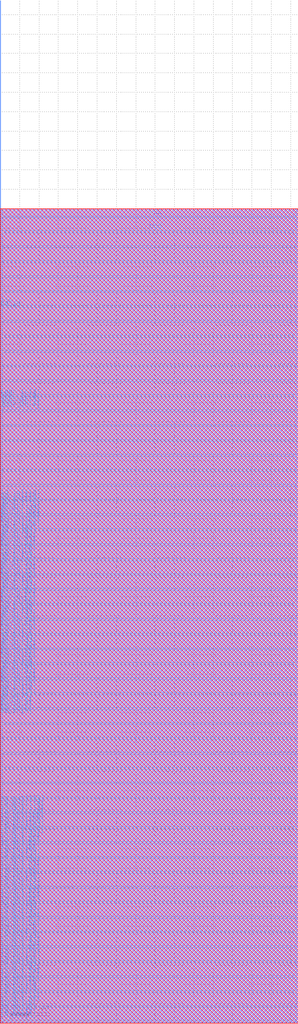
<source format=lef>
VERSION 5.7 ;
BUSBITCHARS "[]" ;
MACRO fakeram7_160x118
  FOREIGN fakeram7_160x118 0 0 ;
  SYMMETRY X Y R90 ;
  SIZE 15.390 BY 42.000 ;
  CLASS BLOCK ;
  PIN rd_out[0]
    DIRECTION OUTPUT ;
    USE SIGNAL ;
    SHAPE ABUTMENT ;
    PORT
      LAYER M4 ;
      RECT 0.000 0.096 0.024 0.120 ;
    END
  END rd_out[0]
  PIN rd_out[1]
    DIRECTION OUTPUT ;
    USE SIGNAL ;
    SHAPE ABUTMENT ;
    PORT
      LAYER M4 ;
      RECT 0.000 0.192 0.024 0.216 ;
    END
  END rd_out[1]
  PIN rd_out[2]
    DIRECTION OUTPUT ;
    USE SIGNAL ;
    SHAPE ABUTMENT ;
    PORT
      LAYER M4 ;
      RECT 0.000 0.288 0.024 0.312 ;
    END
  END rd_out[2]
  PIN rd_out[3]
    DIRECTION OUTPUT ;
    USE SIGNAL ;
    SHAPE ABUTMENT ;
    PORT
      LAYER M4 ;
      RECT 0.000 0.384 0.024 0.408 ;
    END
  END rd_out[3]
  PIN rd_out[4]
    DIRECTION OUTPUT ;
    USE SIGNAL ;
    SHAPE ABUTMENT ;
    PORT
      LAYER M4 ;
      RECT 0.000 0.480 0.024 0.504 ;
    END
  END rd_out[4]
  PIN rd_out[5]
    DIRECTION OUTPUT ;
    USE SIGNAL ;
    SHAPE ABUTMENT ;
    PORT
      LAYER M4 ;
      RECT 0.000 0.576 0.024 0.600 ;
    END
  END rd_out[5]
  PIN rd_out[6]
    DIRECTION OUTPUT ;
    USE SIGNAL ;
    SHAPE ABUTMENT ;
    PORT
      LAYER M4 ;
      RECT 0.000 0.672 0.024 0.696 ;
    END
  END rd_out[6]
  PIN rd_out[7]
    DIRECTION OUTPUT ;
    USE SIGNAL ;
    SHAPE ABUTMENT ;
    PORT
      LAYER M4 ;
      RECT 0.000 0.768 0.024 0.792 ;
    END
  END rd_out[7]
  PIN rd_out[8]
    DIRECTION OUTPUT ;
    USE SIGNAL ;
    SHAPE ABUTMENT ;
    PORT
      LAYER M4 ;
      RECT 0.000 0.864 0.024 0.888 ;
    END
  END rd_out[8]
  PIN rd_out[9]
    DIRECTION OUTPUT ;
    USE SIGNAL ;
    SHAPE ABUTMENT ;
    PORT
      LAYER M4 ;
      RECT 0.000 0.960 0.024 0.984 ;
    END
  END rd_out[9]
  PIN rd_out[10]
    DIRECTION OUTPUT ;
    USE SIGNAL ;
    SHAPE ABUTMENT ;
    PORT
      LAYER M4 ;
      RECT 0.000 1.056 0.024 1.080 ;
    END
  END rd_out[10]
  PIN rd_out[11]
    DIRECTION OUTPUT ;
    USE SIGNAL ;
    SHAPE ABUTMENT ;
    PORT
      LAYER M4 ;
      RECT 0.000 1.152 0.024 1.176 ;
    END
  END rd_out[11]
  PIN rd_out[12]
    DIRECTION OUTPUT ;
    USE SIGNAL ;
    SHAPE ABUTMENT ;
    PORT
      LAYER M4 ;
      RECT 0.000 1.248 0.024 1.272 ;
    END
  END rd_out[12]
  PIN rd_out[13]
    DIRECTION OUTPUT ;
    USE SIGNAL ;
    SHAPE ABUTMENT ;
    PORT
      LAYER M4 ;
      RECT 0.000 1.344 0.024 1.368 ;
    END
  END rd_out[13]
  PIN rd_out[14]
    DIRECTION OUTPUT ;
    USE SIGNAL ;
    SHAPE ABUTMENT ;
    PORT
      LAYER M4 ;
      RECT 0.000 1.440 0.024 1.464 ;
    END
  END rd_out[14]
  PIN rd_out[15]
    DIRECTION OUTPUT ;
    USE SIGNAL ;
    SHAPE ABUTMENT ;
    PORT
      LAYER M4 ;
      RECT 0.000 1.536 0.024 1.560 ;
    END
  END rd_out[15]
  PIN rd_out[16]
    DIRECTION OUTPUT ;
    USE SIGNAL ;
    SHAPE ABUTMENT ;
    PORT
      LAYER M4 ;
      RECT 0.000 1.632 0.024 1.656 ;
    END
  END rd_out[16]
  PIN rd_out[17]
    DIRECTION OUTPUT ;
    USE SIGNAL ;
    SHAPE ABUTMENT ;
    PORT
      LAYER M4 ;
      RECT 0.000 1.728 0.024 1.752 ;
    END
  END rd_out[17]
  PIN rd_out[18]
    DIRECTION OUTPUT ;
    USE SIGNAL ;
    SHAPE ABUTMENT ;
    PORT
      LAYER M4 ;
      RECT 0.000 1.824 0.024 1.848 ;
    END
  END rd_out[18]
  PIN rd_out[19]
    DIRECTION OUTPUT ;
    USE SIGNAL ;
    SHAPE ABUTMENT ;
    PORT
      LAYER M4 ;
      RECT 0.000 1.920 0.024 1.944 ;
    END
  END rd_out[19]
  PIN rd_out[20]
    DIRECTION OUTPUT ;
    USE SIGNAL ;
    SHAPE ABUTMENT ;
    PORT
      LAYER M4 ;
      RECT 0.000 2.016 0.024 2.040 ;
    END
  END rd_out[20]
  PIN rd_out[21]
    DIRECTION OUTPUT ;
    USE SIGNAL ;
    SHAPE ABUTMENT ;
    PORT
      LAYER M4 ;
      RECT 0.000 2.112 0.024 2.136 ;
    END
  END rd_out[21]
  PIN rd_out[22]
    DIRECTION OUTPUT ;
    USE SIGNAL ;
    SHAPE ABUTMENT ;
    PORT
      LAYER M4 ;
      RECT 0.000 2.208 0.024 2.232 ;
    END
  END rd_out[22]
  PIN rd_out[23]
    DIRECTION OUTPUT ;
    USE SIGNAL ;
    SHAPE ABUTMENT ;
    PORT
      LAYER M4 ;
      RECT 0.000 2.304 0.024 2.328 ;
    END
  END rd_out[23]
  PIN rd_out[24]
    DIRECTION OUTPUT ;
    USE SIGNAL ;
    SHAPE ABUTMENT ;
    PORT
      LAYER M4 ;
      RECT 0.000 2.400 0.024 2.424 ;
    END
  END rd_out[24]
  PIN rd_out[25]
    DIRECTION OUTPUT ;
    USE SIGNAL ;
    SHAPE ABUTMENT ;
    PORT
      LAYER M4 ;
      RECT 0.000 2.496 0.024 2.520 ;
    END
  END rd_out[25]
  PIN rd_out[26]
    DIRECTION OUTPUT ;
    USE SIGNAL ;
    SHAPE ABUTMENT ;
    PORT
      LAYER M4 ;
      RECT 0.000 2.592 0.024 2.616 ;
    END
  END rd_out[26]
  PIN rd_out[27]
    DIRECTION OUTPUT ;
    USE SIGNAL ;
    SHAPE ABUTMENT ;
    PORT
      LAYER M4 ;
      RECT 0.000 2.688 0.024 2.712 ;
    END
  END rd_out[27]
  PIN rd_out[28]
    DIRECTION OUTPUT ;
    USE SIGNAL ;
    SHAPE ABUTMENT ;
    PORT
      LAYER M4 ;
      RECT 0.000 2.784 0.024 2.808 ;
    END
  END rd_out[28]
  PIN rd_out[29]
    DIRECTION OUTPUT ;
    USE SIGNAL ;
    SHAPE ABUTMENT ;
    PORT
      LAYER M4 ;
      RECT 0.000 2.880 0.024 2.904 ;
    END
  END rd_out[29]
  PIN rd_out[30]
    DIRECTION OUTPUT ;
    USE SIGNAL ;
    SHAPE ABUTMENT ;
    PORT
      LAYER M4 ;
      RECT 0.000 2.976 0.024 3.000 ;
    END
  END rd_out[30]
  PIN rd_out[31]
    DIRECTION OUTPUT ;
    USE SIGNAL ;
    SHAPE ABUTMENT ;
    PORT
      LAYER M4 ;
      RECT 0.000 3.072 0.024 3.096 ;
    END
  END rd_out[31]
  PIN rd_out[32]
    DIRECTION OUTPUT ;
    USE SIGNAL ;
    SHAPE ABUTMENT ;
    PORT
      LAYER M4 ;
      RECT 0.000 3.168 0.024 3.192 ;
    END
  END rd_out[32]
  PIN rd_out[33]
    DIRECTION OUTPUT ;
    USE SIGNAL ;
    SHAPE ABUTMENT ;
    PORT
      LAYER M4 ;
      RECT 0.000 3.264 0.024 3.288 ;
    END
  END rd_out[33]
  PIN rd_out[34]
    DIRECTION OUTPUT ;
    USE SIGNAL ;
    SHAPE ABUTMENT ;
    PORT
      LAYER M4 ;
      RECT 0.000 3.360 0.024 3.384 ;
    END
  END rd_out[34]
  PIN rd_out[35]
    DIRECTION OUTPUT ;
    USE SIGNAL ;
    SHAPE ABUTMENT ;
    PORT
      LAYER M4 ;
      RECT 0.000 3.456 0.024 3.480 ;
    END
  END rd_out[35]
  PIN rd_out[36]
    DIRECTION OUTPUT ;
    USE SIGNAL ;
    SHAPE ABUTMENT ;
    PORT
      LAYER M4 ;
      RECT 0.000 3.552 0.024 3.576 ;
    END
  END rd_out[36]
  PIN rd_out[37]
    DIRECTION OUTPUT ;
    USE SIGNAL ;
    SHAPE ABUTMENT ;
    PORT
      LAYER M4 ;
      RECT 0.000 3.648 0.024 3.672 ;
    END
  END rd_out[37]
  PIN rd_out[38]
    DIRECTION OUTPUT ;
    USE SIGNAL ;
    SHAPE ABUTMENT ;
    PORT
      LAYER M4 ;
      RECT 0.000 3.744 0.024 3.768 ;
    END
  END rd_out[38]
  PIN rd_out[39]
    DIRECTION OUTPUT ;
    USE SIGNAL ;
    SHAPE ABUTMENT ;
    PORT
      LAYER M4 ;
      RECT 0.000 3.840 0.024 3.864 ;
    END
  END rd_out[39]
  PIN rd_out[40]
    DIRECTION OUTPUT ;
    USE SIGNAL ;
    SHAPE ABUTMENT ;
    PORT
      LAYER M4 ;
      RECT 0.000 3.936 0.024 3.960 ;
    END
  END rd_out[40]
  PIN rd_out[41]
    DIRECTION OUTPUT ;
    USE SIGNAL ;
    SHAPE ABUTMENT ;
    PORT
      LAYER M4 ;
      RECT 0.000 4.032 0.024 4.056 ;
    END
  END rd_out[41]
  PIN rd_out[42]
    DIRECTION OUTPUT ;
    USE SIGNAL ;
    SHAPE ABUTMENT ;
    PORT
      LAYER M4 ;
      RECT 0.000 4.128 0.024 4.152 ;
    END
  END rd_out[42]
  PIN rd_out[43]
    DIRECTION OUTPUT ;
    USE SIGNAL ;
    SHAPE ABUTMENT ;
    PORT
      LAYER M4 ;
      RECT 0.000 4.224 0.024 4.248 ;
    END
  END rd_out[43]
  PIN rd_out[44]
    DIRECTION OUTPUT ;
    USE SIGNAL ;
    SHAPE ABUTMENT ;
    PORT
      LAYER M4 ;
      RECT 0.000 4.320 0.024 4.344 ;
    END
  END rd_out[44]
  PIN rd_out[45]
    DIRECTION OUTPUT ;
    USE SIGNAL ;
    SHAPE ABUTMENT ;
    PORT
      LAYER M4 ;
      RECT 0.000 4.416 0.024 4.440 ;
    END
  END rd_out[45]
  PIN rd_out[46]
    DIRECTION OUTPUT ;
    USE SIGNAL ;
    SHAPE ABUTMENT ;
    PORT
      LAYER M4 ;
      RECT 0.000 4.512 0.024 4.536 ;
    END
  END rd_out[46]
  PIN rd_out[47]
    DIRECTION OUTPUT ;
    USE SIGNAL ;
    SHAPE ABUTMENT ;
    PORT
      LAYER M4 ;
      RECT 0.000 4.608 0.024 4.632 ;
    END
  END rd_out[47]
  PIN rd_out[48]
    DIRECTION OUTPUT ;
    USE SIGNAL ;
    SHAPE ABUTMENT ;
    PORT
      LAYER M4 ;
      RECT 0.000 4.704 0.024 4.728 ;
    END
  END rd_out[48]
  PIN rd_out[49]
    DIRECTION OUTPUT ;
    USE SIGNAL ;
    SHAPE ABUTMENT ;
    PORT
      LAYER M4 ;
      RECT 0.000 4.800 0.024 4.824 ;
    END
  END rd_out[49]
  PIN rd_out[50]
    DIRECTION OUTPUT ;
    USE SIGNAL ;
    SHAPE ABUTMENT ;
    PORT
      LAYER M4 ;
      RECT 0.000 4.896 0.024 4.920 ;
    END
  END rd_out[50]
  PIN rd_out[51]
    DIRECTION OUTPUT ;
    USE SIGNAL ;
    SHAPE ABUTMENT ;
    PORT
      LAYER M4 ;
      RECT 0.000 4.992 0.024 5.016 ;
    END
  END rd_out[51]
  PIN rd_out[52]
    DIRECTION OUTPUT ;
    USE SIGNAL ;
    SHAPE ABUTMENT ;
    PORT
      LAYER M4 ;
      RECT 0.000 5.088 0.024 5.112 ;
    END
  END rd_out[52]
  PIN rd_out[53]
    DIRECTION OUTPUT ;
    USE SIGNAL ;
    SHAPE ABUTMENT ;
    PORT
      LAYER M4 ;
      RECT 0.000 5.184 0.024 5.208 ;
    END
  END rd_out[53]
  PIN rd_out[54]
    DIRECTION OUTPUT ;
    USE SIGNAL ;
    SHAPE ABUTMENT ;
    PORT
      LAYER M4 ;
      RECT 0.000 5.280 0.024 5.304 ;
    END
  END rd_out[54]
  PIN rd_out[55]
    DIRECTION OUTPUT ;
    USE SIGNAL ;
    SHAPE ABUTMENT ;
    PORT
      LAYER M4 ;
      RECT 0.000 5.376 0.024 5.400 ;
    END
  END rd_out[55]
  PIN rd_out[56]
    DIRECTION OUTPUT ;
    USE SIGNAL ;
    SHAPE ABUTMENT ;
    PORT
      LAYER M4 ;
      RECT 0.000 5.472 0.024 5.496 ;
    END
  END rd_out[56]
  PIN rd_out[57]
    DIRECTION OUTPUT ;
    USE SIGNAL ;
    SHAPE ABUTMENT ;
    PORT
      LAYER M4 ;
      RECT 0.000 5.568 0.024 5.592 ;
    END
  END rd_out[57]
  PIN rd_out[58]
    DIRECTION OUTPUT ;
    USE SIGNAL ;
    SHAPE ABUTMENT ;
    PORT
      LAYER M4 ;
      RECT 0.000 5.664 0.024 5.688 ;
    END
  END rd_out[58]
  PIN rd_out[59]
    DIRECTION OUTPUT ;
    USE SIGNAL ;
    SHAPE ABUTMENT ;
    PORT
      LAYER M4 ;
      RECT 0.000 5.760 0.024 5.784 ;
    END
  END rd_out[59]
  PIN rd_out[60]
    DIRECTION OUTPUT ;
    USE SIGNAL ;
    SHAPE ABUTMENT ;
    PORT
      LAYER M4 ;
      RECT 0.000 5.856 0.024 5.880 ;
    END
  END rd_out[60]
  PIN rd_out[61]
    DIRECTION OUTPUT ;
    USE SIGNAL ;
    SHAPE ABUTMENT ;
    PORT
      LAYER M4 ;
      RECT 0.000 5.952 0.024 5.976 ;
    END
  END rd_out[61]
  PIN rd_out[62]
    DIRECTION OUTPUT ;
    USE SIGNAL ;
    SHAPE ABUTMENT ;
    PORT
      LAYER M4 ;
      RECT 0.000 6.048 0.024 6.072 ;
    END
  END rd_out[62]
  PIN rd_out[63]
    DIRECTION OUTPUT ;
    USE SIGNAL ;
    SHAPE ABUTMENT ;
    PORT
      LAYER M4 ;
      RECT 0.000 6.144 0.024 6.168 ;
    END
  END rd_out[63]
  PIN rd_out[64]
    DIRECTION OUTPUT ;
    USE SIGNAL ;
    SHAPE ABUTMENT ;
    PORT
      LAYER M4 ;
      RECT 0.000 6.240 0.024 6.264 ;
    END
  END rd_out[64]
  PIN rd_out[65]
    DIRECTION OUTPUT ;
    USE SIGNAL ;
    SHAPE ABUTMENT ;
    PORT
      LAYER M4 ;
      RECT 0.000 6.336 0.024 6.360 ;
    END
  END rd_out[65]
  PIN rd_out[66]
    DIRECTION OUTPUT ;
    USE SIGNAL ;
    SHAPE ABUTMENT ;
    PORT
      LAYER M4 ;
      RECT 0.000 6.432 0.024 6.456 ;
    END
  END rd_out[66]
  PIN rd_out[67]
    DIRECTION OUTPUT ;
    USE SIGNAL ;
    SHAPE ABUTMENT ;
    PORT
      LAYER M4 ;
      RECT 0.000 6.528 0.024 6.552 ;
    END
  END rd_out[67]
  PIN rd_out[68]
    DIRECTION OUTPUT ;
    USE SIGNAL ;
    SHAPE ABUTMENT ;
    PORT
      LAYER M4 ;
      RECT 0.000 6.624 0.024 6.648 ;
    END
  END rd_out[68]
  PIN rd_out[69]
    DIRECTION OUTPUT ;
    USE SIGNAL ;
    SHAPE ABUTMENT ;
    PORT
      LAYER M4 ;
      RECT 0.000 6.720 0.024 6.744 ;
    END
  END rd_out[69]
  PIN rd_out[70]
    DIRECTION OUTPUT ;
    USE SIGNAL ;
    SHAPE ABUTMENT ;
    PORT
      LAYER M4 ;
      RECT 0.000 6.816 0.024 6.840 ;
    END
  END rd_out[70]
  PIN rd_out[71]
    DIRECTION OUTPUT ;
    USE SIGNAL ;
    SHAPE ABUTMENT ;
    PORT
      LAYER M4 ;
      RECT 0.000 6.912 0.024 6.936 ;
    END
  END rd_out[71]
  PIN rd_out[72]
    DIRECTION OUTPUT ;
    USE SIGNAL ;
    SHAPE ABUTMENT ;
    PORT
      LAYER M4 ;
      RECT 0.000 7.008 0.024 7.032 ;
    END
  END rd_out[72]
  PIN rd_out[73]
    DIRECTION OUTPUT ;
    USE SIGNAL ;
    SHAPE ABUTMENT ;
    PORT
      LAYER M4 ;
      RECT 0.000 7.104 0.024 7.128 ;
    END
  END rd_out[73]
  PIN rd_out[74]
    DIRECTION OUTPUT ;
    USE SIGNAL ;
    SHAPE ABUTMENT ;
    PORT
      LAYER M4 ;
      RECT 0.000 7.200 0.024 7.224 ;
    END
  END rd_out[74]
  PIN rd_out[75]
    DIRECTION OUTPUT ;
    USE SIGNAL ;
    SHAPE ABUTMENT ;
    PORT
      LAYER M4 ;
      RECT 0.000 7.296 0.024 7.320 ;
    END
  END rd_out[75]
  PIN rd_out[76]
    DIRECTION OUTPUT ;
    USE SIGNAL ;
    SHAPE ABUTMENT ;
    PORT
      LAYER M4 ;
      RECT 0.000 7.392 0.024 7.416 ;
    END
  END rd_out[76]
  PIN rd_out[77]
    DIRECTION OUTPUT ;
    USE SIGNAL ;
    SHAPE ABUTMENT ;
    PORT
      LAYER M4 ;
      RECT 0.000 7.488 0.024 7.512 ;
    END
  END rd_out[77]
  PIN rd_out[78]
    DIRECTION OUTPUT ;
    USE SIGNAL ;
    SHAPE ABUTMENT ;
    PORT
      LAYER M4 ;
      RECT 0.000 7.584 0.024 7.608 ;
    END
  END rd_out[78]
  PIN rd_out[79]
    DIRECTION OUTPUT ;
    USE SIGNAL ;
    SHAPE ABUTMENT ;
    PORT
      LAYER M4 ;
      RECT 0.000 7.680 0.024 7.704 ;
    END
  END rd_out[79]
  PIN rd_out[80]
    DIRECTION OUTPUT ;
    USE SIGNAL ;
    SHAPE ABUTMENT ;
    PORT
      LAYER M4 ;
      RECT 0.000 7.776 0.024 7.800 ;
    END
  END rd_out[80]
  PIN rd_out[81]
    DIRECTION OUTPUT ;
    USE SIGNAL ;
    SHAPE ABUTMENT ;
    PORT
      LAYER M4 ;
      RECT 0.000 7.872 0.024 7.896 ;
    END
  END rd_out[81]
  PIN rd_out[82]
    DIRECTION OUTPUT ;
    USE SIGNAL ;
    SHAPE ABUTMENT ;
    PORT
      LAYER M4 ;
      RECT 0.000 7.968 0.024 7.992 ;
    END
  END rd_out[82]
  PIN rd_out[83]
    DIRECTION OUTPUT ;
    USE SIGNAL ;
    SHAPE ABUTMENT ;
    PORT
      LAYER M4 ;
      RECT 0.000 8.064 0.024 8.088 ;
    END
  END rd_out[83]
  PIN rd_out[84]
    DIRECTION OUTPUT ;
    USE SIGNAL ;
    SHAPE ABUTMENT ;
    PORT
      LAYER M4 ;
      RECT 0.000 8.160 0.024 8.184 ;
    END
  END rd_out[84]
  PIN rd_out[85]
    DIRECTION OUTPUT ;
    USE SIGNAL ;
    SHAPE ABUTMENT ;
    PORT
      LAYER M4 ;
      RECT 0.000 8.256 0.024 8.280 ;
    END
  END rd_out[85]
  PIN rd_out[86]
    DIRECTION OUTPUT ;
    USE SIGNAL ;
    SHAPE ABUTMENT ;
    PORT
      LAYER M4 ;
      RECT 0.000 8.352 0.024 8.376 ;
    END
  END rd_out[86]
  PIN rd_out[87]
    DIRECTION OUTPUT ;
    USE SIGNAL ;
    SHAPE ABUTMENT ;
    PORT
      LAYER M4 ;
      RECT 0.000 8.448 0.024 8.472 ;
    END
  END rd_out[87]
  PIN rd_out[88]
    DIRECTION OUTPUT ;
    USE SIGNAL ;
    SHAPE ABUTMENT ;
    PORT
      LAYER M4 ;
      RECT 0.000 8.544 0.024 8.568 ;
    END
  END rd_out[88]
  PIN rd_out[89]
    DIRECTION OUTPUT ;
    USE SIGNAL ;
    SHAPE ABUTMENT ;
    PORT
      LAYER M4 ;
      RECT 0.000 8.640 0.024 8.664 ;
    END
  END rd_out[89]
  PIN rd_out[90]
    DIRECTION OUTPUT ;
    USE SIGNAL ;
    SHAPE ABUTMENT ;
    PORT
      LAYER M4 ;
      RECT 0.000 8.736 0.024 8.760 ;
    END
  END rd_out[90]
  PIN rd_out[91]
    DIRECTION OUTPUT ;
    USE SIGNAL ;
    SHAPE ABUTMENT ;
    PORT
      LAYER M4 ;
      RECT 0.000 8.832 0.024 8.856 ;
    END
  END rd_out[91]
  PIN rd_out[92]
    DIRECTION OUTPUT ;
    USE SIGNAL ;
    SHAPE ABUTMENT ;
    PORT
      LAYER M4 ;
      RECT 0.000 8.928 0.024 8.952 ;
    END
  END rd_out[92]
  PIN rd_out[93]
    DIRECTION OUTPUT ;
    USE SIGNAL ;
    SHAPE ABUTMENT ;
    PORT
      LAYER M4 ;
      RECT 0.000 9.024 0.024 9.048 ;
    END
  END rd_out[93]
  PIN rd_out[94]
    DIRECTION OUTPUT ;
    USE SIGNAL ;
    SHAPE ABUTMENT ;
    PORT
      LAYER M4 ;
      RECT 0.000 9.120 0.024 9.144 ;
    END
  END rd_out[94]
  PIN rd_out[95]
    DIRECTION OUTPUT ;
    USE SIGNAL ;
    SHAPE ABUTMENT ;
    PORT
      LAYER M4 ;
      RECT 0.000 9.216 0.024 9.240 ;
    END
  END rd_out[95]
  PIN rd_out[96]
    DIRECTION OUTPUT ;
    USE SIGNAL ;
    SHAPE ABUTMENT ;
    PORT
      LAYER M4 ;
      RECT 0.000 9.312 0.024 9.336 ;
    END
  END rd_out[96]
  PIN rd_out[97]
    DIRECTION OUTPUT ;
    USE SIGNAL ;
    SHAPE ABUTMENT ;
    PORT
      LAYER M4 ;
      RECT 0.000 9.408 0.024 9.432 ;
    END
  END rd_out[97]
  PIN rd_out[98]
    DIRECTION OUTPUT ;
    USE SIGNAL ;
    SHAPE ABUTMENT ;
    PORT
      LAYER M4 ;
      RECT 0.000 9.504 0.024 9.528 ;
    END
  END rd_out[98]
  PIN rd_out[99]
    DIRECTION OUTPUT ;
    USE SIGNAL ;
    SHAPE ABUTMENT ;
    PORT
      LAYER M4 ;
      RECT 0.000 9.600 0.024 9.624 ;
    END
  END rd_out[99]
  PIN rd_out[100]
    DIRECTION OUTPUT ;
    USE SIGNAL ;
    SHAPE ABUTMENT ;
    PORT
      LAYER M4 ;
      RECT 0.000 9.696 0.024 9.720 ;
    END
  END rd_out[100]
  PIN rd_out[101]
    DIRECTION OUTPUT ;
    USE SIGNAL ;
    SHAPE ABUTMENT ;
    PORT
      LAYER M4 ;
      RECT 0.000 9.792 0.024 9.816 ;
    END
  END rd_out[101]
  PIN rd_out[102]
    DIRECTION OUTPUT ;
    USE SIGNAL ;
    SHAPE ABUTMENT ;
    PORT
      LAYER M4 ;
      RECT 0.000 9.888 0.024 9.912 ;
    END
  END rd_out[102]
  PIN rd_out[103]
    DIRECTION OUTPUT ;
    USE SIGNAL ;
    SHAPE ABUTMENT ;
    PORT
      LAYER M4 ;
      RECT 0.000 9.984 0.024 10.008 ;
    END
  END rd_out[103]
  PIN rd_out[104]
    DIRECTION OUTPUT ;
    USE SIGNAL ;
    SHAPE ABUTMENT ;
    PORT
      LAYER M4 ;
      RECT 0.000 10.080 0.024 10.104 ;
    END
  END rd_out[104]
  PIN rd_out[105]
    DIRECTION OUTPUT ;
    USE SIGNAL ;
    SHAPE ABUTMENT ;
    PORT
      LAYER M4 ;
      RECT 0.000 10.176 0.024 10.200 ;
    END
  END rd_out[105]
  PIN rd_out[106]
    DIRECTION OUTPUT ;
    USE SIGNAL ;
    SHAPE ABUTMENT ;
    PORT
      LAYER M4 ;
      RECT 0.000 10.272 0.024 10.296 ;
    END
  END rd_out[106]
  PIN rd_out[107]
    DIRECTION OUTPUT ;
    USE SIGNAL ;
    SHAPE ABUTMENT ;
    PORT
      LAYER M4 ;
      RECT 0.000 10.368 0.024 10.392 ;
    END
  END rd_out[107]
  PIN rd_out[108]
    DIRECTION OUTPUT ;
    USE SIGNAL ;
    SHAPE ABUTMENT ;
    PORT
      LAYER M4 ;
      RECT 0.000 10.464 0.024 10.488 ;
    END
  END rd_out[108]
  PIN rd_out[109]
    DIRECTION OUTPUT ;
    USE SIGNAL ;
    SHAPE ABUTMENT ;
    PORT
      LAYER M4 ;
      RECT 0.000 10.560 0.024 10.584 ;
    END
  END rd_out[109]
  PIN rd_out[110]
    DIRECTION OUTPUT ;
    USE SIGNAL ;
    SHAPE ABUTMENT ;
    PORT
      LAYER M4 ;
      RECT 0.000 10.656 0.024 10.680 ;
    END
  END rd_out[110]
  PIN rd_out[111]
    DIRECTION OUTPUT ;
    USE SIGNAL ;
    SHAPE ABUTMENT ;
    PORT
      LAYER M4 ;
      RECT 0.000 10.752 0.024 10.776 ;
    END
  END rd_out[111]
  PIN rd_out[112]
    DIRECTION OUTPUT ;
    USE SIGNAL ;
    SHAPE ABUTMENT ;
    PORT
      LAYER M4 ;
      RECT 0.000 10.848 0.024 10.872 ;
    END
  END rd_out[112]
  PIN rd_out[113]
    DIRECTION OUTPUT ;
    USE SIGNAL ;
    SHAPE ABUTMENT ;
    PORT
      LAYER M4 ;
      RECT 0.000 10.944 0.024 10.968 ;
    END
  END rd_out[113]
  PIN rd_out[114]
    DIRECTION OUTPUT ;
    USE SIGNAL ;
    SHAPE ABUTMENT ;
    PORT
      LAYER M4 ;
      RECT 0.000 11.040 0.024 11.064 ;
    END
  END rd_out[114]
  PIN rd_out[115]
    DIRECTION OUTPUT ;
    USE SIGNAL ;
    SHAPE ABUTMENT ;
    PORT
      LAYER M4 ;
      RECT 0.000 11.136 0.024 11.160 ;
    END
  END rd_out[115]
  PIN rd_out[116]
    DIRECTION OUTPUT ;
    USE SIGNAL ;
    SHAPE ABUTMENT ;
    PORT
      LAYER M4 ;
      RECT 0.000 11.232 0.024 11.256 ;
    END
  END rd_out[116]
  PIN rd_out[117]
    DIRECTION OUTPUT ;
    USE SIGNAL ;
    SHAPE ABUTMENT ;
    PORT
      LAYER M4 ;
      RECT 0.000 11.328 0.024 11.352 ;
    END
  END rd_out[117]
  PIN wd_in[0]
    DIRECTION INPUT ;
    USE SIGNAL ;
    SHAPE ABUTMENT ;
    PORT
      LAYER M4 ;
      RECT 0.000 15.840 0.024 15.864 ;
    END
  END wd_in[0]
  PIN wd_in[1]
    DIRECTION INPUT ;
    USE SIGNAL ;
    SHAPE ABUTMENT ;
    PORT
      LAYER M4 ;
      RECT 0.000 15.936 0.024 15.960 ;
    END
  END wd_in[1]
  PIN wd_in[2]
    DIRECTION INPUT ;
    USE SIGNAL ;
    SHAPE ABUTMENT ;
    PORT
      LAYER M4 ;
      RECT 0.000 16.032 0.024 16.056 ;
    END
  END wd_in[2]
  PIN wd_in[3]
    DIRECTION INPUT ;
    USE SIGNAL ;
    SHAPE ABUTMENT ;
    PORT
      LAYER M4 ;
      RECT 0.000 16.128 0.024 16.152 ;
    END
  END wd_in[3]
  PIN wd_in[4]
    DIRECTION INPUT ;
    USE SIGNAL ;
    SHAPE ABUTMENT ;
    PORT
      LAYER M4 ;
      RECT 0.000 16.224 0.024 16.248 ;
    END
  END wd_in[4]
  PIN wd_in[5]
    DIRECTION INPUT ;
    USE SIGNAL ;
    SHAPE ABUTMENT ;
    PORT
      LAYER M4 ;
      RECT 0.000 16.320 0.024 16.344 ;
    END
  END wd_in[5]
  PIN wd_in[6]
    DIRECTION INPUT ;
    USE SIGNAL ;
    SHAPE ABUTMENT ;
    PORT
      LAYER M4 ;
      RECT 0.000 16.416 0.024 16.440 ;
    END
  END wd_in[6]
  PIN wd_in[7]
    DIRECTION INPUT ;
    USE SIGNAL ;
    SHAPE ABUTMENT ;
    PORT
      LAYER M4 ;
      RECT 0.000 16.512 0.024 16.536 ;
    END
  END wd_in[7]
  PIN wd_in[8]
    DIRECTION INPUT ;
    USE SIGNAL ;
    SHAPE ABUTMENT ;
    PORT
      LAYER M4 ;
      RECT 0.000 16.608 0.024 16.632 ;
    END
  END wd_in[8]
  PIN wd_in[9]
    DIRECTION INPUT ;
    USE SIGNAL ;
    SHAPE ABUTMENT ;
    PORT
      LAYER M4 ;
      RECT 0.000 16.704 0.024 16.728 ;
    END
  END wd_in[9]
  PIN wd_in[10]
    DIRECTION INPUT ;
    USE SIGNAL ;
    SHAPE ABUTMENT ;
    PORT
      LAYER M4 ;
      RECT 0.000 16.800 0.024 16.824 ;
    END
  END wd_in[10]
  PIN wd_in[11]
    DIRECTION INPUT ;
    USE SIGNAL ;
    SHAPE ABUTMENT ;
    PORT
      LAYER M4 ;
      RECT 0.000 16.896 0.024 16.920 ;
    END
  END wd_in[11]
  PIN wd_in[12]
    DIRECTION INPUT ;
    USE SIGNAL ;
    SHAPE ABUTMENT ;
    PORT
      LAYER M4 ;
      RECT 0.000 16.992 0.024 17.016 ;
    END
  END wd_in[12]
  PIN wd_in[13]
    DIRECTION INPUT ;
    USE SIGNAL ;
    SHAPE ABUTMENT ;
    PORT
      LAYER M4 ;
      RECT 0.000 17.088 0.024 17.112 ;
    END
  END wd_in[13]
  PIN wd_in[14]
    DIRECTION INPUT ;
    USE SIGNAL ;
    SHAPE ABUTMENT ;
    PORT
      LAYER M4 ;
      RECT 0.000 17.184 0.024 17.208 ;
    END
  END wd_in[14]
  PIN wd_in[15]
    DIRECTION INPUT ;
    USE SIGNAL ;
    SHAPE ABUTMENT ;
    PORT
      LAYER M4 ;
      RECT 0.000 17.280 0.024 17.304 ;
    END
  END wd_in[15]
  PIN wd_in[16]
    DIRECTION INPUT ;
    USE SIGNAL ;
    SHAPE ABUTMENT ;
    PORT
      LAYER M4 ;
      RECT 0.000 17.376 0.024 17.400 ;
    END
  END wd_in[16]
  PIN wd_in[17]
    DIRECTION INPUT ;
    USE SIGNAL ;
    SHAPE ABUTMENT ;
    PORT
      LAYER M4 ;
      RECT 0.000 17.472 0.024 17.496 ;
    END
  END wd_in[17]
  PIN wd_in[18]
    DIRECTION INPUT ;
    USE SIGNAL ;
    SHAPE ABUTMENT ;
    PORT
      LAYER M4 ;
      RECT 0.000 17.568 0.024 17.592 ;
    END
  END wd_in[18]
  PIN wd_in[19]
    DIRECTION INPUT ;
    USE SIGNAL ;
    SHAPE ABUTMENT ;
    PORT
      LAYER M4 ;
      RECT 0.000 17.664 0.024 17.688 ;
    END
  END wd_in[19]
  PIN wd_in[20]
    DIRECTION INPUT ;
    USE SIGNAL ;
    SHAPE ABUTMENT ;
    PORT
      LAYER M4 ;
      RECT 0.000 17.760 0.024 17.784 ;
    END
  END wd_in[20]
  PIN wd_in[21]
    DIRECTION INPUT ;
    USE SIGNAL ;
    SHAPE ABUTMENT ;
    PORT
      LAYER M4 ;
      RECT 0.000 17.856 0.024 17.880 ;
    END
  END wd_in[21]
  PIN wd_in[22]
    DIRECTION INPUT ;
    USE SIGNAL ;
    SHAPE ABUTMENT ;
    PORT
      LAYER M4 ;
      RECT 0.000 17.952 0.024 17.976 ;
    END
  END wd_in[22]
  PIN wd_in[23]
    DIRECTION INPUT ;
    USE SIGNAL ;
    SHAPE ABUTMENT ;
    PORT
      LAYER M4 ;
      RECT 0.000 18.048 0.024 18.072 ;
    END
  END wd_in[23]
  PIN wd_in[24]
    DIRECTION INPUT ;
    USE SIGNAL ;
    SHAPE ABUTMENT ;
    PORT
      LAYER M4 ;
      RECT 0.000 18.144 0.024 18.168 ;
    END
  END wd_in[24]
  PIN wd_in[25]
    DIRECTION INPUT ;
    USE SIGNAL ;
    SHAPE ABUTMENT ;
    PORT
      LAYER M4 ;
      RECT 0.000 18.240 0.024 18.264 ;
    END
  END wd_in[25]
  PIN wd_in[26]
    DIRECTION INPUT ;
    USE SIGNAL ;
    SHAPE ABUTMENT ;
    PORT
      LAYER M4 ;
      RECT 0.000 18.336 0.024 18.360 ;
    END
  END wd_in[26]
  PIN wd_in[27]
    DIRECTION INPUT ;
    USE SIGNAL ;
    SHAPE ABUTMENT ;
    PORT
      LAYER M4 ;
      RECT 0.000 18.432 0.024 18.456 ;
    END
  END wd_in[27]
  PIN wd_in[28]
    DIRECTION INPUT ;
    USE SIGNAL ;
    SHAPE ABUTMENT ;
    PORT
      LAYER M4 ;
      RECT 0.000 18.528 0.024 18.552 ;
    END
  END wd_in[28]
  PIN wd_in[29]
    DIRECTION INPUT ;
    USE SIGNAL ;
    SHAPE ABUTMENT ;
    PORT
      LAYER M4 ;
      RECT 0.000 18.624 0.024 18.648 ;
    END
  END wd_in[29]
  PIN wd_in[30]
    DIRECTION INPUT ;
    USE SIGNAL ;
    SHAPE ABUTMENT ;
    PORT
      LAYER M4 ;
      RECT 0.000 18.720 0.024 18.744 ;
    END
  END wd_in[30]
  PIN wd_in[31]
    DIRECTION INPUT ;
    USE SIGNAL ;
    SHAPE ABUTMENT ;
    PORT
      LAYER M4 ;
      RECT 0.000 18.816 0.024 18.840 ;
    END
  END wd_in[31]
  PIN wd_in[32]
    DIRECTION INPUT ;
    USE SIGNAL ;
    SHAPE ABUTMENT ;
    PORT
      LAYER M4 ;
      RECT 0.000 18.912 0.024 18.936 ;
    END
  END wd_in[32]
  PIN wd_in[33]
    DIRECTION INPUT ;
    USE SIGNAL ;
    SHAPE ABUTMENT ;
    PORT
      LAYER M4 ;
      RECT 0.000 19.008 0.024 19.032 ;
    END
  END wd_in[33]
  PIN wd_in[34]
    DIRECTION INPUT ;
    USE SIGNAL ;
    SHAPE ABUTMENT ;
    PORT
      LAYER M4 ;
      RECT 0.000 19.104 0.024 19.128 ;
    END
  END wd_in[34]
  PIN wd_in[35]
    DIRECTION INPUT ;
    USE SIGNAL ;
    SHAPE ABUTMENT ;
    PORT
      LAYER M4 ;
      RECT 0.000 19.200 0.024 19.224 ;
    END
  END wd_in[35]
  PIN wd_in[36]
    DIRECTION INPUT ;
    USE SIGNAL ;
    SHAPE ABUTMENT ;
    PORT
      LAYER M4 ;
      RECT 0.000 19.296 0.024 19.320 ;
    END
  END wd_in[36]
  PIN wd_in[37]
    DIRECTION INPUT ;
    USE SIGNAL ;
    SHAPE ABUTMENT ;
    PORT
      LAYER M4 ;
      RECT 0.000 19.392 0.024 19.416 ;
    END
  END wd_in[37]
  PIN wd_in[38]
    DIRECTION INPUT ;
    USE SIGNAL ;
    SHAPE ABUTMENT ;
    PORT
      LAYER M4 ;
      RECT 0.000 19.488 0.024 19.512 ;
    END
  END wd_in[38]
  PIN wd_in[39]
    DIRECTION INPUT ;
    USE SIGNAL ;
    SHAPE ABUTMENT ;
    PORT
      LAYER M4 ;
      RECT 0.000 19.584 0.024 19.608 ;
    END
  END wd_in[39]
  PIN wd_in[40]
    DIRECTION INPUT ;
    USE SIGNAL ;
    SHAPE ABUTMENT ;
    PORT
      LAYER M4 ;
      RECT 0.000 19.680 0.024 19.704 ;
    END
  END wd_in[40]
  PIN wd_in[41]
    DIRECTION INPUT ;
    USE SIGNAL ;
    SHAPE ABUTMENT ;
    PORT
      LAYER M4 ;
      RECT 0.000 19.776 0.024 19.800 ;
    END
  END wd_in[41]
  PIN wd_in[42]
    DIRECTION INPUT ;
    USE SIGNAL ;
    SHAPE ABUTMENT ;
    PORT
      LAYER M4 ;
      RECT 0.000 19.872 0.024 19.896 ;
    END
  END wd_in[42]
  PIN wd_in[43]
    DIRECTION INPUT ;
    USE SIGNAL ;
    SHAPE ABUTMENT ;
    PORT
      LAYER M4 ;
      RECT 0.000 19.968 0.024 19.992 ;
    END
  END wd_in[43]
  PIN wd_in[44]
    DIRECTION INPUT ;
    USE SIGNAL ;
    SHAPE ABUTMENT ;
    PORT
      LAYER M4 ;
      RECT 0.000 20.064 0.024 20.088 ;
    END
  END wd_in[44]
  PIN wd_in[45]
    DIRECTION INPUT ;
    USE SIGNAL ;
    SHAPE ABUTMENT ;
    PORT
      LAYER M4 ;
      RECT 0.000 20.160 0.024 20.184 ;
    END
  END wd_in[45]
  PIN wd_in[46]
    DIRECTION INPUT ;
    USE SIGNAL ;
    SHAPE ABUTMENT ;
    PORT
      LAYER M4 ;
      RECT 0.000 20.256 0.024 20.280 ;
    END
  END wd_in[46]
  PIN wd_in[47]
    DIRECTION INPUT ;
    USE SIGNAL ;
    SHAPE ABUTMENT ;
    PORT
      LAYER M4 ;
      RECT 0.000 20.352 0.024 20.376 ;
    END
  END wd_in[47]
  PIN wd_in[48]
    DIRECTION INPUT ;
    USE SIGNAL ;
    SHAPE ABUTMENT ;
    PORT
      LAYER M4 ;
      RECT 0.000 20.448 0.024 20.472 ;
    END
  END wd_in[48]
  PIN wd_in[49]
    DIRECTION INPUT ;
    USE SIGNAL ;
    SHAPE ABUTMENT ;
    PORT
      LAYER M4 ;
      RECT 0.000 20.544 0.024 20.568 ;
    END
  END wd_in[49]
  PIN wd_in[50]
    DIRECTION INPUT ;
    USE SIGNAL ;
    SHAPE ABUTMENT ;
    PORT
      LAYER M4 ;
      RECT 0.000 20.640 0.024 20.664 ;
    END
  END wd_in[50]
  PIN wd_in[51]
    DIRECTION INPUT ;
    USE SIGNAL ;
    SHAPE ABUTMENT ;
    PORT
      LAYER M4 ;
      RECT 0.000 20.736 0.024 20.760 ;
    END
  END wd_in[51]
  PIN wd_in[52]
    DIRECTION INPUT ;
    USE SIGNAL ;
    SHAPE ABUTMENT ;
    PORT
      LAYER M4 ;
      RECT 0.000 20.832 0.024 20.856 ;
    END
  END wd_in[52]
  PIN wd_in[53]
    DIRECTION INPUT ;
    USE SIGNAL ;
    SHAPE ABUTMENT ;
    PORT
      LAYER M4 ;
      RECT 0.000 20.928 0.024 20.952 ;
    END
  END wd_in[53]
  PIN wd_in[54]
    DIRECTION INPUT ;
    USE SIGNAL ;
    SHAPE ABUTMENT ;
    PORT
      LAYER M4 ;
      RECT 0.000 21.024 0.024 21.048 ;
    END
  END wd_in[54]
  PIN wd_in[55]
    DIRECTION INPUT ;
    USE SIGNAL ;
    SHAPE ABUTMENT ;
    PORT
      LAYER M4 ;
      RECT 0.000 21.120 0.024 21.144 ;
    END
  END wd_in[55]
  PIN wd_in[56]
    DIRECTION INPUT ;
    USE SIGNAL ;
    SHAPE ABUTMENT ;
    PORT
      LAYER M4 ;
      RECT 0.000 21.216 0.024 21.240 ;
    END
  END wd_in[56]
  PIN wd_in[57]
    DIRECTION INPUT ;
    USE SIGNAL ;
    SHAPE ABUTMENT ;
    PORT
      LAYER M4 ;
      RECT 0.000 21.312 0.024 21.336 ;
    END
  END wd_in[57]
  PIN wd_in[58]
    DIRECTION INPUT ;
    USE SIGNAL ;
    SHAPE ABUTMENT ;
    PORT
      LAYER M4 ;
      RECT 0.000 21.408 0.024 21.432 ;
    END
  END wd_in[58]
  PIN wd_in[59]
    DIRECTION INPUT ;
    USE SIGNAL ;
    SHAPE ABUTMENT ;
    PORT
      LAYER M4 ;
      RECT 0.000 21.504 0.024 21.528 ;
    END
  END wd_in[59]
  PIN wd_in[60]
    DIRECTION INPUT ;
    USE SIGNAL ;
    SHAPE ABUTMENT ;
    PORT
      LAYER M4 ;
      RECT 0.000 21.600 0.024 21.624 ;
    END
  END wd_in[60]
  PIN wd_in[61]
    DIRECTION INPUT ;
    USE SIGNAL ;
    SHAPE ABUTMENT ;
    PORT
      LAYER M4 ;
      RECT 0.000 21.696 0.024 21.720 ;
    END
  END wd_in[61]
  PIN wd_in[62]
    DIRECTION INPUT ;
    USE SIGNAL ;
    SHAPE ABUTMENT ;
    PORT
      LAYER M4 ;
      RECT 0.000 21.792 0.024 21.816 ;
    END
  END wd_in[62]
  PIN wd_in[63]
    DIRECTION INPUT ;
    USE SIGNAL ;
    SHAPE ABUTMENT ;
    PORT
      LAYER M4 ;
      RECT 0.000 21.888 0.024 21.912 ;
    END
  END wd_in[63]
  PIN wd_in[64]
    DIRECTION INPUT ;
    USE SIGNAL ;
    SHAPE ABUTMENT ;
    PORT
      LAYER M4 ;
      RECT 0.000 21.984 0.024 22.008 ;
    END
  END wd_in[64]
  PIN wd_in[65]
    DIRECTION INPUT ;
    USE SIGNAL ;
    SHAPE ABUTMENT ;
    PORT
      LAYER M4 ;
      RECT 0.000 22.080 0.024 22.104 ;
    END
  END wd_in[65]
  PIN wd_in[66]
    DIRECTION INPUT ;
    USE SIGNAL ;
    SHAPE ABUTMENT ;
    PORT
      LAYER M4 ;
      RECT 0.000 22.176 0.024 22.200 ;
    END
  END wd_in[66]
  PIN wd_in[67]
    DIRECTION INPUT ;
    USE SIGNAL ;
    SHAPE ABUTMENT ;
    PORT
      LAYER M4 ;
      RECT 0.000 22.272 0.024 22.296 ;
    END
  END wd_in[67]
  PIN wd_in[68]
    DIRECTION INPUT ;
    USE SIGNAL ;
    SHAPE ABUTMENT ;
    PORT
      LAYER M4 ;
      RECT 0.000 22.368 0.024 22.392 ;
    END
  END wd_in[68]
  PIN wd_in[69]
    DIRECTION INPUT ;
    USE SIGNAL ;
    SHAPE ABUTMENT ;
    PORT
      LAYER M4 ;
      RECT 0.000 22.464 0.024 22.488 ;
    END
  END wd_in[69]
  PIN wd_in[70]
    DIRECTION INPUT ;
    USE SIGNAL ;
    SHAPE ABUTMENT ;
    PORT
      LAYER M4 ;
      RECT 0.000 22.560 0.024 22.584 ;
    END
  END wd_in[70]
  PIN wd_in[71]
    DIRECTION INPUT ;
    USE SIGNAL ;
    SHAPE ABUTMENT ;
    PORT
      LAYER M4 ;
      RECT 0.000 22.656 0.024 22.680 ;
    END
  END wd_in[71]
  PIN wd_in[72]
    DIRECTION INPUT ;
    USE SIGNAL ;
    SHAPE ABUTMENT ;
    PORT
      LAYER M4 ;
      RECT 0.000 22.752 0.024 22.776 ;
    END
  END wd_in[72]
  PIN wd_in[73]
    DIRECTION INPUT ;
    USE SIGNAL ;
    SHAPE ABUTMENT ;
    PORT
      LAYER M4 ;
      RECT 0.000 22.848 0.024 22.872 ;
    END
  END wd_in[73]
  PIN wd_in[74]
    DIRECTION INPUT ;
    USE SIGNAL ;
    SHAPE ABUTMENT ;
    PORT
      LAYER M4 ;
      RECT 0.000 22.944 0.024 22.968 ;
    END
  END wd_in[74]
  PIN wd_in[75]
    DIRECTION INPUT ;
    USE SIGNAL ;
    SHAPE ABUTMENT ;
    PORT
      LAYER M4 ;
      RECT 0.000 23.040 0.024 23.064 ;
    END
  END wd_in[75]
  PIN wd_in[76]
    DIRECTION INPUT ;
    USE SIGNAL ;
    SHAPE ABUTMENT ;
    PORT
      LAYER M4 ;
      RECT 0.000 23.136 0.024 23.160 ;
    END
  END wd_in[76]
  PIN wd_in[77]
    DIRECTION INPUT ;
    USE SIGNAL ;
    SHAPE ABUTMENT ;
    PORT
      LAYER M4 ;
      RECT 0.000 23.232 0.024 23.256 ;
    END
  END wd_in[77]
  PIN wd_in[78]
    DIRECTION INPUT ;
    USE SIGNAL ;
    SHAPE ABUTMENT ;
    PORT
      LAYER M4 ;
      RECT 0.000 23.328 0.024 23.352 ;
    END
  END wd_in[78]
  PIN wd_in[79]
    DIRECTION INPUT ;
    USE SIGNAL ;
    SHAPE ABUTMENT ;
    PORT
      LAYER M4 ;
      RECT 0.000 23.424 0.024 23.448 ;
    END
  END wd_in[79]
  PIN wd_in[80]
    DIRECTION INPUT ;
    USE SIGNAL ;
    SHAPE ABUTMENT ;
    PORT
      LAYER M4 ;
      RECT 0.000 23.520 0.024 23.544 ;
    END
  END wd_in[80]
  PIN wd_in[81]
    DIRECTION INPUT ;
    USE SIGNAL ;
    SHAPE ABUTMENT ;
    PORT
      LAYER M4 ;
      RECT 0.000 23.616 0.024 23.640 ;
    END
  END wd_in[81]
  PIN wd_in[82]
    DIRECTION INPUT ;
    USE SIGNAL ;
    SHAPE ABUTMENT ;
    PORT
      LAYER M4 ;
      RECT 0.000 23.712 0.024 23.736 ;
    END
  END wd_in[82]
  PIN wd_in[83]
    DIRECTION INPUT ;
    USE SIGNAL ;
    SHAPE ABUTMENT ;
    PORT
      LAYER M4 ;
      RECT 0.000 23.808 0.024 23.832 ;
    END
  END wd_in[83]
  PIN wd_in[84]
    DIRECTION INPUT ;
    USE SIGNAL ;
    SHAPE ABUTMENT ;
    PORT
      LAYER M4 ;
      RECT 0.000 23.904 0.024 23.928 ;
    END
  END wd_in[84]
  PIN wd_in[85]
    DIRECTION INPUT ;
    USE SIGNAL ;
    SHAPE ABUTMENT ;
    PORT
      LAYER M4 ;
      RECT 0.000 24.000 0.024 24.024 ;
    END
  END wd_in[85]
  PIN wd_in[86]
    DIRECTION INPUT ;
    USE SIGNAL ;
    SHAPE ABUTMENT ;
    PORT
      LAYER M4 ;
      RECT 0.000 24.096 0.024 24.120 ;
    END
  END wd_in[86]
  PIN wd_in[87]
    DIRECTION INPUT ;
    USE SIGNAL ;
    SHAPE ABUTMENT ;
    PORT
      LAYER M4 ;
      RECT 0.000 24.192 0.024 24.216 ;
    END
  END wd_in[87]
  PIN wd_in[88]
    DIRECTION INPUT ;
    USE SIGNAL ;
    SHAPE ABUTMENT ;
    PORT
      LAYER M4 ;
      RECT 0.000 24.288 0.024 24.312 ;
    END
  END wd_in[88]
  PIN wd_in[89]
    DIRECTION INPUT ;
    USE SIGNAL ;
    SHAPE ABUTMENT ;
    PORT
      LAYER M4 ;
      RECT 0.000 24.384 0.024 24.408 ;
    END
  END wd_in[89]
  PIN wd_in[90]
    DIRECTION INPUT ;
    USE SIGNAL ;
    SHAPE ABUTMENT ;
    PORT
      LAYER M4 ;
      RECT 0.000 24.480 0.024 24.504 ;
    END
  END wd_in[90]
  PIN wd_in[91]
    DIRECTION INPUT ;
    USE SIGNAL ;
    SHAPE ABUTMENT ;
    PORT
      LAYER M4 ;
      RECT 0.000 24.576 0.024 24.600 ;
    END
  END wd_in[91]
  PIN wd_in[92]
    DIRECTION INPUT ;
    USE SIGNAL ;
    SHAPE ABUTMENT ;
    PORT
      LAYER M4 ;
      RECT 0.000 24.672 0.024 24.696 ;
    END
  END wd_in[92]
  PIN wd_in[93]
    DIRECTION INPUT ;
    USE SIGNAL ;
    SHAPE ABUTMENT ;
    PORT
      LAYER M4 ;
      RECT 0.000 24.768 0.024 24.792 ;
    END
  END wd_in[93]
  PIN wd_in[94]
    DIRECTION INPUT ;
    USE SIGNAL ;
    SHAPE ABUTMENT ;
    PORT
      LAYER M4 ;
      RECT 0.000 24.864 0.024 24.888 ;
    END
  END wd_in[94]
  PIN wd_in[95]
    DIRECTION INPUT ;
    USE SIGNAL ;
    SHAPE ABUTMENT ;
    PORT
      LAYER M4 ;
      RECT 0.000 24.960 0.024 24.984 ;
    END
  END wd_in[95]
  PIN wd_in[96]
    DIRECTION INPUT ;
    USE SIGNAL ;
    SHAPE ABUTMENT ;
    PORT
      LAYER M4 ;
      RECT 0.000 25.056 0.024 25.080 ;
    END
  END wd_in[96]
  PIN wd_in[97]
    DIRECTION INPUT ;
    USE SIGNAL ;
    SHAPE ABUTMENT ;
    PORT
      LAYER M4 ;
      RECT 0.000 25.152 0.024 25.176 ;
    END
  END wd_in[97]
  PIN wd_in[98]
    DIRECTION INPUT ;
    USE SIGNAL ;
    SHAPE ABUTMENT ;
    PORT
      LAYER M4 ;
      RECT 0.000 25.248 0.024 25.272 ;
    END
  END wd_in[98]
  PIN wd_in[99]
    DIRECTION INPUT ;
    USE SIGNAL ;
    SHAPE ABUTMENT ;
    PORT
      LAYER M4 ;
      RECT 0.000 25.344 0.024 25.368 ;
    END
  END wd_in[99]
  PIN wd_in[100]
    DIRECTION INPUT ;
    USE SIGNAL ;
    SHAPE ABUTMENT ;
    PORT
      LAYER M4 ;
      RECT 0.000 25.440 0.024 25.464 ;
    END
  END wd_in[100]
  PIN wd_in[101]
    DIRECTION INPUT ;
    USE SIGNAL ;
    SHAPE ABUTMENT ;
    PORT
      LAYER M4 ;
      RECT 0.000 25.536 0.024 25.560 ;
    END
  END wd_in[101]
  PIN wd_in[102]
    DIRECTION INPUT ;
    USE SIGNAL ;
    SHAPE ABUTMENT ;
    PORT
      LAYER M4 ;
      RECT 0.000 25.632 0.024 25.656 ;
    END
  END wd_in[102]
  PIN wd_in[103]
    DIRECTION INPUT ;
    USE SIGNAL ;
    SHAPE ABUTMENT ;
    PORT
      LAYER M4 ;
      RECT 0.000 25.728 0.024 25.752 ;
    END
  END wd_in[103]
  PIN wd_in[104]
    DIRECTION INPUT ;
    USE SIGNAL ;
    SHAPE ABUTMENT ;
    PORT
      LAYER M4 ;
      RECT 0.000 25.824 0.024 25.848 ;
    END
  END wd_in[104]
  PIN wd_in[105]
    DIRECTION INPUT ;
    USE SIGNAL ;
    SHAPE ABUTMENT ;
    PORT
      LAYER M4 ;
      RECT 0.000 25.920 0.024 25.944 ;
    END
  END wd_in[105]
  PIN wd_in[106]
    DIRECTION INPUT ;
    USE SIGNAL ;
    SHAPE ABUTMENT ;
    PORT
      LAYER M4 ;
      RECT 0.000 26.016 0.024 26.040 ;
    END
  END wd_in[106]
  PIN wd_in[107]
    DIRECTION INPUT ;
    USE SIGNAL ;
    SHAPE ABUTMENT ;
    PORT
      LAYER M4 ;
      RECT 0.000 26.112 0.024 26.136 ;
    END
  END wd_in[107]
  PIN wd_in[108]
    DIRECTION INPUT ;
    USE SIGNAL ;
    SHAPE ABUTMENT ;
    PORT
      LAYER M4 ;
      RECT 0.000 26.208 0.024 26.232 ;
    END
  END wd_in[108]
  PIN wd_in[109]
    DIRECTION INPUT ;
    USE SIGNAL ;
    SHAPE ABUTMENT ;
    PORT
      LAYER M4 ;
      RECT 0.000 26.304 0.024 26.328 ;
    END
  END wd_in[109]
  PIN wd_in[110]
    DIRECTION INPUT ;
    USE SIGNAL ;
    SHAPE ABUTMENT ;
    PORT
      LAYER M4 ;
      RECT 0.000 26.400 0.024 26.424 ;
    END
  END wd_in[110]
  PIN wd_in[111]
    DIRECTION INPUT ;
    USE SIGNAL ;
    SHAPE ABUTMENT ;
    PORT
      LAYER M4 ;
      RECT 0.000 26.496 0.024 26.520 ;
    END
  END wd_in[111]
  PIN wd_in[112]
    DIRECTION INPUT ;
    USE SIGNAL ;
    SHAPE ABUTMENT ;
    PORT
      LAYER M4 ;
      RECT 0.000 26.592 0.024 26.616 ;
    END
  END wd_in[112]
  PIN wd_in[113]
    DIRECTION INPUT ;
    USE SIGNAL ;
    SHAPE ABUTMENT ;
    PORT
      LAYER M4 ;
      RECT 0.000 26.688 0.024 26.712 ;
    END
  END wd_in[113]
  PIN wd_in[114]
    DIRECTION INPUT ;
    USE SIGNAL ;
    SHAPE ABUTMENT ;
    PORT
      LAYER M4 ;
      RECT 0.000 26.784 0.024 26.808 ;
    END
  END wd_in[114]
  PIN wd_in[115]
    DIRECTION INPUT ;
    USE SIGNAL ;
    SHAPE ABUTMENT ;
    PORT
      LAYER M4 ;
      RECT 0.000 26.880 0.024 26.904 ;
    END
  END wd_in[115]
  PIN wd_in[116]
    DIRECTION INPUT ;
    USE SIGNAL ;
    SHAPE ABUTMENT ;
    PORT
      LAYER M4 ;
      RECT 0.000 26.976 0.024 27.000 ;
    END
  END wd_in[116]
  PIN wd_in[117]
    DIRECTION INPUT ;
    USE SIGNAL ;
    SHAPE ABUTMENT ;
    PORT
      LAYER M4 ;
      RECT 0.000 27.072 0.024 27.096 ;
    END
  END wd_in[117]
  PIN addr_in[0]
    DIRECTION INPUT ;
    USE SIGNAL ;
    SHAPE ABUTMENT ;
    PORT
      LAYER M4 ;
      RECT 0.000 31.584 0.024 31.608 ;
    END
  END addr_in[0]
  PIN addr_in[1]
    DIRECTION INPUT ;
    USE SIGNAL ;
    SHAPE ABUTMENT ;
    PORT
      LAYER M4 ;
      RECT 0.000 31.680 0.024 31.704 ;
    END
  END addr_in[1]
  PIN addr_in[2]
    DIRECTION INPUT ;
    USE SIGNAL ;
    SHAPE ABUTMENT ;
    PORT
      LAYER M4 ;
      RECT 0.000 31.776 0.024 31.800 ;
    END
  END addr_in[2]
  PIN addr_in[3]
    DIRECTION INPUT ;
    USE SIGNAL ;
    SHAPE ABUTMENT ;
    PORT
      LAYER M4 ;
      RECT 0.000 31.872 0.024 31.896 ;
    END
  END addr_in[3]
  PIN addr_in[4]
    DIRECTION INPUT ;
    USE SIGNAL ;
    SHAPE ABUTMENT ;
    PORT
      LAYER M4 ;
      RECT 0.000 31.968 0.024 31.992 ;
    END
  END addr_in[4]
  PIN addr_in[5]
    DIRECTION INPUT ;
    USE SIGNAL ;
    SHAPE ABUTMENT ;
    PORT
      LAYER M4 ;
      RECT 0.000 32.064 0.024 32.088 ;
    END
  END addr_in[5]
  PIN addr_in[6]
    DIRECTION INPUT ;
    USE SIGNAL ;
    SHAPE ABUTMENT ;
    PORT
      LAYER M4 ;
      RECT 0.000 32.160 0.024 32.184 ;
    END
  END addr_in[6]
  PIN addr_in[7]
    DIRECTION INPUT ;
    USE SIGNAL ;
    SHAPE ABUTMENT ;
    PORT
      LAYER M4 ;
      RECT 0.000 32.256 0.024 32.280 ;
    END
  END addr_in[7]
  PIN we_in
    DIRECTION INPUT ;
    USE SIGNAL ;
    SHAPE ABUTMENT ;
    PORT
      LAYER M4 ;
      RECT 0.000 36.768 0.024 36.792 ;
    END
  END we_in
  PIN ce_in
    DIRECTION INPUT ;
    USE SIGNAL ;
    SHAPE ABUTMENT ;
    PORT
      LAYER M4 ;
      RECT 0.000 36.864 0.024 36.888 ;
    END
  END ce_in
  PIN clk
    DIRECTION INPUT ;
    USE SIGNAL ;
    SHAPE ABUTMENT ;
    PORT
      LAYER M4 ;
      RECT 0.000 36.960 0.024 36.984 ;
    END
  END clk
  PIN VSS
    DIRECTION INOUT ;
    USE GROUND ;
    PORT
      LAYER M4 ;
      RECT 0.096 0.048 15.294 0.144 ;
      RECT 0.096 1.584 15.294 1.680 ;
      RECT 0.096 3.120 15.294 3.216 ;
      RECT 0.096 4.656 15.294 4.752 ;
      RECT 0.096 6.192 15.294 6.288 ;
      RECT 0.096 7.728 15.294 7.824 ;
      RECT 0.096 9.264 15.294 9.360 ;
      RECT 0.096 10.800 15.294 10.896 ;
      RECT 0.096 12.336 15.294 12.432 ;
      RECT 0.096 13.872 15.294 13.968 ;
      RECT 0.096 15.408 15.294 15.504 ;
      RECT 0.096 16.944 15.294 17.040 ;
      RECT 0.096 18.480 15.294 18.576 ;
      RECT 0.096 20.016 15.294 20.112 ;
      RECT 0.096 21.552 15.294 21.648 ;
      RECT 0.096 23.088 15.294 23.184 ;
      RECT 0.096 24.624 15.294 24.720 ;
      RECT 0.096 26.160 15.294 26.256 ;
      RECT 0.096 27.696 15.294 27.792 ;
      RECT 0.096 29.232 15.294 29.328 ;
      RECT 0.096 30.768 15.294 30.864 ;
      RECT 0.096 32.304 15.294 32.400 ;
      RECT 0.096 33.840 15.294 33.936 ;
      RECT 0.096 35.376 15.294 35.472 ;
      RECT 0.096 36.912 15.294 37.008 ;
      RECT 0.096 38.448 15.294 38.544 ;
      RECT 0.096 39.984 15.294 40.080 ;
      RECT 0.096 41.520 15.294 41.616 ;
    END
  END VSS
  PIN VDD
    DIRECTION INOUT ;
    USE POWER ;
    PORT
      LAYER M4 ;
      RECT 0.096 0.816 15.294 0.912 ;
      RECT 0.096 2.352 15.294 2.448 ;
      RECT 0.096 3.888 15.294 3.984 ;
      RECT 0.096 5.424 15.294 5.520 ;
      RECT 0.096 6.960 15.294 7.056 ;
      RECT 0.096 8.496 15.294 8.592 ;
      RECT 0.096 10.032 15.294 10.128 ;
      RECT 0.096 11.568 15.294 11.664 ;
      RECT 0.096 13.104 15.294 13.200 ;
      RECT 0.096 14.640 15.294 14.736 ;
      RECT 0.096 16.176 15.294 16.272 ;
      RECT 0.096 17.712 15.294 17.808 ;
      RECT 0.096 19.248 15.294 19.344 ;
      RECT 0.096 20.784 15.294 20.880 ;
      RECT 0.096 22.320 15.294 22.416 ;
      RECT 0.096 23.856 15.294 23.952 ;
      RECT 0.096 25.392 15.294 25.488 ;
      RECT 0.096 26.928 15.294 27.024 ;
      RECT 0.096 28.464 15.294 28.560 ;
      RECT 0.096 30.000 15.294 30.096 ;
      RECT 0.096 31.536 15.294 31.632 ;
      RECT 0.096 33.072 15.294 33.168 ;
      RECT 0.096 34.608 15.294 34.704 ;
      RECT 0.096 36.144 15.294 36.240 ;
      RECT 0.096 37.680 15.294 37.776 ;
      RECT 0.096 39.216 15.294 39.312 ;
      RECT 0.096 40.752 15.294 40.848 ;
    END
  END VDD
  OBS
    LAYER M1 ;
    RECT 0 0 15.390 42.000 ;
    LAYER M2 ;
    RECT 0 0 15.390 42.000 ;
    LAYER M3 ;
    RECT 0 0 15.390 42.000 ;
    LAYER M4 ;
    RECT 0.024 0 0.096 42.000 ;
    RECT 15.294 0 15.390 42.000 ;
    RECT 0.096 0.000 15.294 0.048 ;
    RECT 0.096 0.144 15.294 0.816 ;
    RECT 0.096 0.912 15.294 1.584 ;
    RECT 0.096 1.680 15.294 2.352 ;
    RECT 0.096 2.448 15.294 3.120 ;
    RECT 0.096 3.216 15.294 3.888 ;
    RECT 0.096 3.984 15.294 4.656 ;
    RECT 0.096 4.752 15.294 5.424 ;
    RECT 0.096 5.520 15.294 6.192 ;
    RECT 0.096 6.288 15.294 6.960 ;
    RECT 0.096 7.056 15.294 7.728 ;
    RECT 0.096 7.824 15.294 8.496 ;
    RECT 0.096 8.592 15.294 9.264 ;
    RECT 0.096 9.360 15.294 10.032 ;
    RECT 0.096 10.128 15.294 10.800 ;
    RECT 0.096 10.896 15.294 11.568 ;
    RECT 0.096 11.664 15.294 12.336 ;
    RECT 0.096 12.432 15.294 13.104 ;
    RECT 0.096 13.200 15.294 13.872 ;
    RECT 0.096 13.968 15.294 14.640 ;
    RECT 0.096 14.736 15.294 15.408 ;
    RECT 0.096 15.504 15.294 16.176 ;
    RECT 0.096 16.272 15.294 16.944 ;
    RECT 0.096 17.040 15.294 17.712 ;
    RECT 0.096 17.808 15.294 18.480 ;
    RECT 0.096 18.576 15.294 19.248 ;
    RECT 0.096 19.344 15.294 20.016 ;
    RECT 0.096 20.112 15.294 20.784 ;
    RECT 0.096 20.880 15.294 21.552 ;
    RECT 0.096 21.648 15.294 22.320 ;
    RECT 0.096 22.416 15.294 23.088 ;
    RECT 0.096 23.184 15.294 23.856 ;
    RECT 0.096 23.952 15.294 24.624 ;
    RECT 0.096 24.720 15.294 25.392 ;
    RECT 0.096 25.488 15.294 26.160 ;
    RECT 0.096 26.256 15.294 26.928 ;
    RECT 0.096 27.024 15.294 27.696 ;
    RECT 0.096 27.792 15.294 28.464 ;
    RECT 0.096 28.560 15.294 29.232 ;
    RECT 0.096 29.328 15.294 30.000 ;
    RECT 0.096 30.096 15.294 30.768 ;
    RECT 0.096 30.864 15.294 31.536 ;
    RECT 0.096 31.632 15.294 32.304 ;
    RECT 0.096 32.400 15.294 33.072 ;
    RECT 0.096 33.168 15.294 33.840 ;
    RECT 0.096 33.936 15.294 34.608 ;
    RECT 0.096 34.704 15.294 35.376 ;
    RECT 0.096 35.472 15.294 36.144 ;
    RECT 0.096 36.240 15.294 36.912 ;
    RECT 0.096 37.008 15.294 37.680 ;
    RECT 0.096 37.776 15.294 38.448 ;
    RECT 0.096 38.544 15.294 39.216 ;
    RECT 0.096 39.312 15.294 39.984 ;
    RECT 0.096 40.080 15.294 40.752 ;
    RECT 0.096 40.848 15.294 41.520 ;
    RECT 0.096 41.616 15.294 42.000 ;
    RECT 0 0.000 0.024 0.096 ;
    RECT 0 0.120 0.024 0.192 ;
    RECT 0 0.216 0.024 0.288 ;
    RECT 0 0.312 0.024 0.384 ;
    RECT 0 0.408 0.024 0.480 ;
    RECT 0 0.504 0.024 0.576 ;
    RECT 0 0.600 0.024 0.672 ;
    RECT 0 0.696 0.024 0.768 ;
    RECT 0 0.792 0.024 0.864 ;
    RECT 0 0.888 0.024 0.960 ;
    RECT 0 0.984 0.024 1.056 ;
    RECT 0 1.080 0.024 1.152 ;
    RECT 0 1.176 0.024 1.248 ;
    RECT 0 1.272 0.024 1.344 ;
    RECT 0 1.368 0.024 1.440 ;
    RECT 0 1.464 0.024 1.536 ;
    RECT 0 1.560 0.024 1.632 ;
    RECT 0 1.656 0.024 1.728 ;
    RECT 0 1.752 0.024 1.824 ;
    RECT 0 1.848 0.024 1.920 ;
    RECT 0 1.944 0.024 2.016 ;
    RECT 0 2.040 0.024 2.112 ;
    RECT 0 2.136 0.024 2.208 ;
    RECT 0 2.232 0.024 2.304 ;
    RECT 0 2.328 0.024 2.400 ;
    RECT 0 2.424 0.024 2.496 ;
    RECT 0 2.520 0.024 2.592 ;
    RECT 0 2.616 0.024 2.688 ;
    RECT 0 2.712 0.024 2.784 ;
    RECT 0 2.808 0.024 2.880 ;
    RECT 0 2.904 0.024 2.976 ;
    RECT 0 3.000 0.024 3.072 ;
    RECT 0 3.096 0.024 3.168 ;
    RECT 0 3.192 0.024 3.264 ;
    RECT 0 3.288 0.024 3.360 ;
    RECT 0 3.384 0.024 3.456 ;
    RECT 0 3.480 0.024 3.552 ;
    RECT 0 3.576 0.024 3.648 ;
    RECT 0 3.672 0.024 3.744 ;
    RECT 0 3.768 0.024 3.840 ;
    RECT 0 3.864 0.024 3.936 ;
    RECT 0 3.960 0.024 4.032 ;
    RECT 0 4.056 0.024 4.128 ;
    RECT 0 4.152 0.024 4.224 ;
    RECT 0 4.248 0.024 4.320 ;
    RECT 0 4.344 0.024 4.416 ;
    RECT 0 4.440 0.024 4.512 ;
    RECT 0 4.536 0.024 4.608 ;
    RECT 0 4.632 0.024 4.704 ;
    RECT 0 4.728 0.024 4.800 ;
    RECT 0 4.824 0.024 4.896 ;
    RECT 0 4.920 0.024 4.992 ;
    RECT 0 5.016 0.024 5.088 ;
    RECT 0 5.112 0.024 5.184 ;
    RECT 0 5.208 0.024 5.280 ;
    RECT 0 5.304 0.024 5.376 ;
    RECT 0 5.400 0.024 5.472 ;
    RECT 0 5.496 0.024 5.568 ;
    RECT 0 5.592 0.024 5.664 ;
    RECT 0 5.688 0.024 5.760 ;
    RECT 0 5.784 0.024 5.856 ;
    RECT 0 5.880 0.024 5.952 ;
    RECT 0 5.976 0.024 6.048 ;
    RECT 0 6.072 0.024 6.144 ;
    RECT 0 6.168 0.024 6.240 ;
    RECT 0 6.264 0.024 6.336 ;
    RECT 0 6.360 0.024 6.432 ;
    RECT 0 6.456 0.024 6.528 ;
    RECT 0 6.552 0.024 6.624 ;
    RECT 0 6.648 0.024 6.720 ;
    RECT 0 6.744 0.024 6.816 ;
    RECT 0 6.840 0.024 6.912 ;
    RECT 0 6.936 0.024 7.008 ;
    RECT 0 7.032 0.024 7.104 ;
    RECT 0 7.128 0.024 7.200 ;
    RECT 0 7.224 0.024 7.296 ;
    RECT 0 7.320 0.024 7.392 ;
    RECT 0 7.416 0.024 7.488 ;
    RECT 0 7.512 0.024 7.584 ;
    RECT 0 7.608 0.024 7.680 ;
    RECT 0 7.704 0.024 7.776 ;
    RECT 0 7.800 0.024 7.872 ;
    RECT 0 7.896 0.024 7.968 ;
    RECT 0 7.992 0.024 8.064 ;
    RECT 0 8.088 0.024 8.160 ;
    RECT 0 8.184 0.024 8.256 ;
    RECT 0 8.280 0.024 8.352 ;
    RECT 0 8.376 0.024 8.448 ;
    RECT 0 8.472 0.024 8.544 ;
    RECT 0 8.568 0.024 8.640 ;
    RECT 0 8.664 0.024 8.736 ;
    RECT 0 8.760 0.024 8.832 ;
    RECT 0 8.856 0.024 8.928 ;
    RECT 0 8.952 0.024 9.024 ;
    RECT 0 9.048 0.024 9.120 ;
    RECT 0 9.144 0.024 9.216 ;
    RECT 0 9.240 0.024 9.312 ;
    RECT 0 9.336 0.024 9.408 ;
    RECT 0 9.432 0.024 9.504 ;
    RECT 0 9.528 0.024 9.600 ;
    RECT 0 9.624 0.024 9.696 ;
    RECT 0 9.720 0.024 9.792 ;
    RECT 0 9.816 0.024 9.888 ;
    RECT 0 9.912 0.024 9.984 ;
    RECT 0 10.008 0.024 10.080 ;
    RECT 0 10.104 0.024 10.176 ;
    RECT 0 10.200 0.024 10.272 ;
    RECT 0 10.296 0.024 10.368 ;
    RECT 0 10.392 0.024 10.464 ;
    RECT 0 10.488 0.024 10.560 ;
    RECT 0 10.584 0.024 10.656 ;
    RECT 0 10.680 0.024 10.752 ;
    RECT 0 10.776 0.024 10.848 ;
    RECT 0 10.872 0.024 10.944 ;
    RECT 0 10.968 0.024 11.040 ;
    RECT 0 11.064 0.024 11.136 ;
    RECT 0 11.160 0.024 11.232 ;
    RECT 0 11.256 0.024 11.328 ;
    RECT 0 11.352 0.024 15.840 ;
    RECT 0 15.864 0.024 15.936 ;
    RECT 0 15.960 0.024 16.032 ;
    RECT 0 16.056 0.024 16.128 ;
    RECT 0 16.152 0.024 16.224 ;
    RECT 0 16.248 0.024 16.320 ;
    RECT 0 16.344 0.024 16.416 ;
    RECT 0 16.440 0.024 16.512 ;
    RECT 0 16.536 0.024 16.608 ;
    RECT 0 16.632 0.024 16.704 ;
    RECT 0 16.728 0.024 16.800 ;
    RECT 0 16.824 0.024 16.896 ;
    RECT 0 16.920 0.024 16.992 ;
    RECT 0 17.016 0.024 17.088 ;
    RECT 0 17.112 0.024 17.184 ;
    RECT 0 17.208 0.024 17.280 ;
    RECT 0 17.304 0.024 17.376 ;
    RECT 0 17.400 0.024 17.472 ;
    RECT 0 17.496 0.024 17.568 ;
    RECT 0 17.592 0.024 17.664 ;
    RECT 0 17.688 0.024 17.760 ;
    RECT 0 17.784 0.024 17.856 ;
    RECT 0 17.880 0.024 17.952 ;
    RECT 0 17.976 0.024 18.048 ;
    RECT 0 18.072 0.024 18.144 ;
    RECT 0 18.168 0.024 18.240 ;
    RECT 0 18.264 0.024 18.336 ;
    RECT 0 18.360 0.024 18.432 ;
    RECT 0 18.456 0.024 18.528 ;
    RECT 0 18.552 0.024 18.624 ;
    RECT 0 18.648 0.024 18.720 ;
    RECT 0 18.744 0.024 18.816 ;
    RECT 0 18.840 0.024 18.912 ;
    RECT 0 18.936 0.024 19.008 ;
    RECT 0 19.032 0.024 19.104 ;
    RECT 0 19.128 0.024 19.200 ;
    RECT 0 19.224 0.024 19.296 ;
    RECT 0 19.320 0.024 19.392 ;
    RECT 0 19.416 0.024 19.488 ;
    RECT 0 19.512 0.024 19.584 ;
    RECT 0 19.608 0.024 19.680 ;
    RECT 0 19.704 0.024 19.776 ;
    RECT 0 19.800 0.024 19.872 ;
    RECT 0 19.896 0.024 19.968 ;
    RECT 0 19.992 0.024 20.064 ;
    RECT 0 20.088 0.024 20.160 ;
    RECT 0 20.184 0.024 20.256 ;
    RECT 0 20.280 0.024 20.352 ;
    RECT 0 20.376 0.024 20.448 ;
    RECT 0 20.472 0.024 20.544 ;
    RECT 0 20.568 0.024 20.640 ;
    RECT 0 20.664 0.024 20.736 ;
    RECT 0 20.760 0.024 20.832 ;
    RECT 0 20.856 0.024 20.928 ;
    RECT 0 20.952 0.024 21.024 ;
    RECT 0 21.048 0.024 21.120 ;
    RECT 0 21.144 0.024 21.216 ;
    RECT 0 21.240 0.024 21.312 ;
    RECT 0 21.336 0.024 21.408 ;
    RECT 0 21.432 0.024 21.504 ;
    RECT 0 21.528 0.024 21.600 ;
    RECT 0 21.624 0.024 21.696 ;
    RECT 0 21.720 0.024 21.792 ;
    RECT 0 21.816 0.024 21.888 ;
    RECT 0 21.912 0.024 21.984 ;
    RECT 0 22.008 0.024 22.080 ;
    RECT 0 22.104 0.024 22.176 ;
    RECT 0 22.200 0.024 22.272 ;
    RECT 0 22.296 0.024 22.368 ;
    RECT 0 22.392 0.024 22.464 ;
    RECT 0 22.488 0.024 22.560 ;
    RECT 0 22.584 0.024 22.656 ;
    RECT 0 22.680 0.024 22.752 ;
    RECT 0 22.776 0.024 22.848 ;
    RECT 0 22.872 0.024 22.944 ;
    RECT 0 22.968 0.024 23.040 ;
    RECT 0 23.064 0.024 23.136 ;
    RECT 0 23.160 0.024 23.232 ;
    RECT 0 23.256 0.024 23.328 ;
    RECT 0 23.352 0.024 23.424 ;
    RECT 0 23.448 0.024 23.520 ;
    RECT 0 23.544 0.024 23.616 ;
    RECT 0 23.640 0.024 23.712 ;
    RECT 0 23.736 0.024 23.808 ;
    RECT 0 23.832 0.024 23.904 ;
    RECT 0 23.928 0.024 24.000 ;
    RECT 0 24.024 0.024 24.096 ;
    RECT 0 24.120 0.024 24.192 ;
    RECT 0 24.216 0.024 24.288 ;
    RECT 0 24.312 0.024 24.384 ;
    RECT 0 24.408 0.024 24.480 ;
    RECT 0 24.504 0.024 24.576 ;
    RECT 0 24.600 0.024 24.672 ;
    RECT 0 24.696 0.024 24.768 ;
    RECT 0 24.792 0.024 24.864 ;
    RECT 0 24.888 0.024 24.960 ;
    RECT 0 24.984 0.024 25.056 ;
    RECT 0 25.080 0.024 25.152 ;
    RECT 0 25.176 0.024 25.248 ;
    RECT 0 25.272 0.024 25.344 ;
    RECT 0 25.368 0.024 25.440 ;
    RECT 0 25.464 0.024 25.536 ;
    RECT 0 25.560 0.024 25.632 ;
    RECT 0 25.656 0.024 25.728 ;
    RECT 0 25.752 0.024 25.824 ;
    RECT 0 25.848 0.024 25.920 ;
    RECT 0 25.944 0.024 26.016 ;
    RECT 0 26.040 0.024 26.112 ;
    RECT 0 26.136 0.024 26.208 ;
    RECT 0 26.232 0.024 26.304 ;
    RECT 0 26.328 0.024 26.400 ;
    RECT 0 26.424 0.024 26.496 ;
    RECT 0 26.520 0.024 26.592 ;
    RECT 0 26.616 0.024 26.688 ;
    RECT 0 26.712 0.024 26.784 ;
    RECT 0 26.808 0.024 26.880 ;
    RECT 0 26.904 0.024 26.976 ;
    RECT 0 27.000 0.024 27.072 ;
    RECT 0 27.096 0.024 31.584 ;
    RECT 0 31.608 0.024 31.680 ;
    RECT 0 31.704 0.024 31.776 ;
    RECT 0 31.800 0.024 31.872 ;
    RECT 0 31.896 0.024 31.968 ;
    RECT 0 31.992 0.024 32.064 ;
    RECT 0 32.088 0.024 32.160 ;
    RECT 0 32.184 0.024 32.256 ;
    RECT 0 32.280 0.024 32.352 ;
    RECT 0 32.376 0.024 32.448 ;
    RECT 0 32.472 0.024 32.544 ;
    RECT 0 32.568 0.024 32.640 ;
    RECT 0 32.664 0.024 32.736 ;
    RECT 0 32.760 0.024 32.832 ;
    RECT 0 32.856 0.024 32.928 ;
    RECT 0 32.952 0.024 33.024 ;
    RECT 0 33.048 0.024 33.120 ;
    RECT 0 33.144 0.024 33.216 ;
    RECT 0 33.240 0.024 33.312 ;
    RECT 0 33.336 0.024 33.408 ;
    RECT 0 33.432 0.024 33.504 ;
    RECT 0 33.528 0.024 33.600 ;
    RECT 0 33.624 0.024 33.696 ;
    RECT 0 33.720 0.024 33.792 ;
    RECT 0 33.816 0.024 33.888 ;
    RECT 0 33.912 0.024 33.984 ;
    RECT 0 34.008 0.024 34.080 ;
    RECT 0 34.104 0.024 34.176 ;
    RECT 0 34.200 0.024 34.272 ;
    RECT 0 34.296 0.024 34.368 ;
    RECT 0 34.392 0.024 34.464 ;
    RECT 0 34.488 0.024 34.560 ;
    RECT 0 34.584 0.024 34.656 ;
    RECT 0 34.680 0.024 34.752 ;
    RECT 0 34.776 0.024 34.848 ;
    RECT 0 34.872 0.024 34.944 ;
    RECT 0 34.968 0.024 35.040 ;
    RECT 0 35.064 0.024 35.136 ;
    RECT 0 35.160 0.024 35.232 ;
    RECT 0 35.256 0.024 35.328 ;
    RECT 0 35.352 0.024 35.424 ;
    RECT 0 35.448 0.024 35.520 ;
    RECT 0 35.544 0.024 35.616 ;
    RECT 0 35.640 0.024 35.712 ;
    RECT 0 35.736 0.024 35.808 ;
    RECT 0 35.832 0.024 35.904 ;
    RECT 0 35.928 0.024 36.000 ;
    RECT 0 36.024 0.024 36.096 ;
    RECT 0 36.120 0.024 36.192 ;
    RECT 0 36.216 0.024 36.288 ;
    RECT 0 36.312 0.024 36.384 ;
    RECT 0 36.408 0.024 36.480 ;
    RECT 0 36.504 0.024 36.576 ;
    RECT 0 36.600 0.024 36.672 ;
    RECT 0 36.696 0.024 36.768 ;
    RECT 0 36.792 0.024 36.864 ;
    RECT 0 36.888 0.024 36.960 ;
    RECT 0 36.984 0.024 37.056 ;
    RECT 0 37.080 0.024 37.152 ;
    RECT 0 37.176 0.024 37.248 ;
    RECT 0 37.272 0.024 37.344 ;
    RECT 0 37.368 0.024 37.440 ;
    RECT 0 37.464 0.024 37.536 ;
    RECT 0 37.560 0.024 37.632 ;
    RECT 0 37.656 0.024 37.728 ;
    RECT 0 37.752 0.024 37.824 ;
    RECT 0 37.848 0.024 37.920 ;
    RECT 0 37.944 0.024 38.016 ;
    RECT 0 38.040 0.024 38.112 ;
    RECT 0 38.136 0.024 38.208 ;
    RECT 0 38.232 0.024 38.304 ;
    RECT 0 38.328 0.024 38.400 ;
    RECT 0 38.424 0.024 38.496 ;
    RECT 0 38.520 0.024 38.592 ;
    RECT 0 38.616 0.024 38.688 ;
    RECT 0 38.712 0.024 38.784 ;
    RECT 0 38.808 0.024 38.880 ;
    RECT 0 38.904 0.024 38.976 ;
    RECT 0 39.000 0.024 39.072 ;
    RECT 0 39.096 0.024 39.168 ;
    RECT 0 39.192 0.024 39.264 ;
    RECT 0 39.288 0.024 39.360 ;
    RECT 0 39.384 0.024 39.456 ;
    RECT 0 39.480 0.024 39.552 ;
    RECT 0 39.576 0.024 39.648 ;
    RECT 0 39.672 0.024 39.744 ;
    RECT 0 39.768 0.024 39.840 ;
    RECT 0 39.864 0.024 39.936 ;
    RECT 0 39.960 0.024 40.032 ;
    RECT 0 40.056 0.024 40.128 ;
    RECT 0 40.152 0.024 40.224 ;
    RECT 0 40.248 0.024 40.320 ;
    RECT 0 40.344 0.024 40.416 ;
    RECT 0 40.440 0.024 40.512 ;
    RECT 0 40.536 0.024 40.608 ;
    RECT 0 40.632 0.024 40.704 ;
    RECT 0 40.728 0.024 40.800 ;
    RECT 0 40.824 0.024 40.896 ;
    RECT 0 40.920 0.024 40.992 ;
    RECT 0 41.016 0.024 41.088 ;
    RECT 0 41.112 0.024 41.184 ;
    RECT 0 41.208 0.024 41.280 ;
    RECT 0 41.304 0.024 41.376 ;
    RECT 0 41.400 0.024 41.472 ;
    RECT 0 41.496 0.024 41.568 ;
    RECT 0 41.592 0.024 41.664 ;
    RECT 0 41.688 0.024 41.760 ;
    RECT 0 41.784 0.024 41.856 ;
    RECT 0 41.880 0.024 41.952 ;
    RECT 0 41.976 0.024 42.048 ;
    RECT 0 42.072 0.024 42.144 ;
    RECT 0 42.168 0.024 42.240 ;
    RECT 0 42.264 0.024 42.336 ;
    RECT 0 42.360 0.024 42.432 ;
    RECT 0 42.456 0.024 42.528 ;
    RECT 0 42.552 0.024 42.624 ;
    RECT 0 42.648 0.024 42.720 ;
    RECT 0 42.744 0.024 42.816 ;
    RECT 0 42.840 0.024 47.328 ;
    RECT 0 47.352 0.024 47.424 ;
    RECT 0 47.448 0.024 47.520 ;
    RECT 0 47.544 0.024 47.616 ;
    RECT 0 47.640 0.024 47.712 ;
    RECT 0 47.736 0.024 47.808 ;
    RECT 0 47.832 0.024 47.904 ;
    RECT 0 47.928 0.024 48.000 ;
    RECT 0 48.024 0.024 52.512 ;
    RECT 0 52.536 0.024 52.608 ;
    RECT 0 52.632 0.024 52.704 ;
    RECT 0 52.728 0.024 42.000 ;
    LAYER OVERLAP ;
    RECT 0 0 15.390 42.000 ;
  END
END fakeram7_160x118

END LIBRARY

</source>
